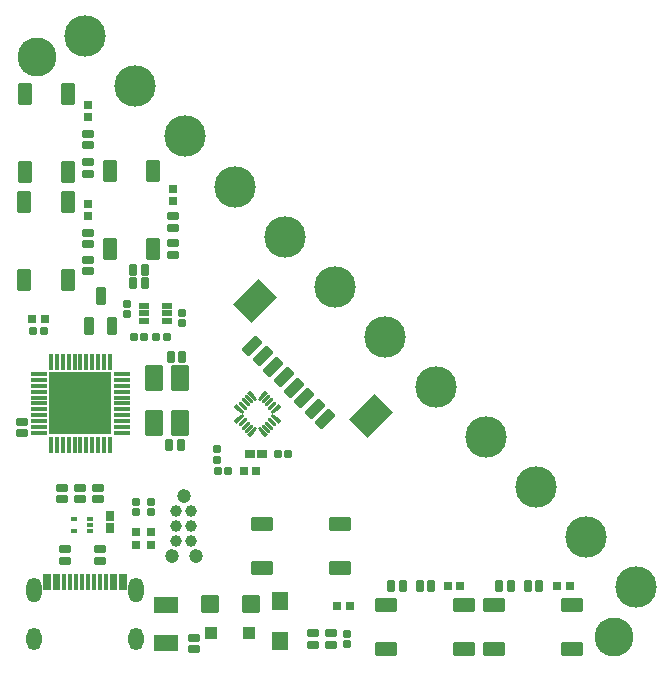
<source format=gts>
G04 Layer: TopSolderMaskLayer*
G04 EasyEDA v6.5.34, 2023-08-29 15:51:40*
G04 c19b9e491f004e949dcb7f38ecc8bf32,24d7ea87aaaa49e9b18beb810eddf566,10*
G04 Gerber Generator version 0.2*
G04 Scale: 100 percent, Rotated: No, Reflected: No *
G04 Dimensions in millimeters *
G04 leading zeros omitted , absolute positions ,4 integer and 5 decimal *
%FSLAX45Y45*%
%MOMM*%

%AMMACRO1*1,1,$1,$2,$3*1,1,$1,$4,$5*1,1,$1,0-$2,0-$3*1,1,$1,0-$4,0-$5*20,1,$1,$2,$3,$4,$5,0*20,1,$1,$4,$5,0-$2,0-$3,0*20,1,$1,0-$2,0-$3,0-$4,0-$5,0*20,1,$1,0-$4,0-$5,$2,$3,0*4,1,4,$2,$3,$4,$5,0-$2,0-$3,0-$4,0-$5,$2,$3,0*%
%AMMACRO2*4,1,5,-0.1676,-0.442,-0.3988,-0.2134,0.2565,0.442,0.3988,0.2997,0.1651,-0.1118,-0.1676,-0.442,0*%
%AMMACRO3*4,1,5,0.2997,-0.3988,-0.1118,-0.1651,-0.442,0.1676,-0.2134,0.3988,0.442,-0.2565,0.2997,-0.3988,0*%
%AMMACRO4*4,1,5,-0.2565,-0.442,-0.3988,-0.2997,-0.1651,0.1092,0.1676,0.442,0.3988,0.2134,-0.2565,-0.442,0*%
%AMMACRO5*4,1,5,0.2134,-0.3988,-0.442,0.2565,-0.2997,0.3988,0.1092,0.1651,0.442,-0.1676,0.2134,-0.3988,0*%
%AMMACRO6*4,1,5,0.1676,-0.442,-0.1651,-0.1092,-0.3988,0.2997,-0.2565,0.442,0.3988,-0.2134,0.1676,-0.442,0*%
%AMMACRO7*4,1,5,-0.2997,-0.3988,-0.442,-0.2565,0.2134,0.3988,0.442,0.1676,0.1092,-0.1651,-0.2997,-0.3988,0*%
%AMMACRO8*4,1,5,0.2565,-0.442,-0.3988,0.2134,-0.1676,0.442,0.1651,0.1092,0.3988,-0.2997,0.2565,-0.442,0*%
%AMMACRO9*4,1,5,-0.2134,-0.3988,-0.442,-0.1676,-0.1092,0.1651,0.2997,0.3988,0.442,0.2565,-0.2134,-0.3988,0*%
%ADD10C,3.5016*%
%ADD11MACRO1,0.1016X-0.5X-0.85X-0.5X0.85*%
%ADD12MACRO1,0.1016X0.5X0.85X0.5X-0.85*%
%ADD13MACRO1,0.1016X-0.3182X-0.27X-0.3182X0.27*%
%ADD14MACRO1,0.1016X0.3182X-0.27X0.3182X0.27*%
%ADD15MACRO1,0.1016X0.2828X0.27X0.2828X-0.27*%
%ADD16MACRO1,0.1016X-0.2828X0.27X-0.2828X-0.27*%
%ADD17MACRO1,0.1016X-0.27X0.3182X0.27X0.3182*%
%ADD18MACRO1,0.1016X-0.27X-0.3182X0.27X-0.3182*%
%ADD19MACRO1,0.1016X0.3182X0.27X0.3182X-0.27*%
%ADD20MACRO1,0.1016X-0.3182X0.27X-0.3182X-0.27*%
%ADD21MACRO1,0.1016X0.85X-0.5X-0.85X-0.5*%
%ADD22MACRO1,0.2032X-0.4X-0.25X-0.4X0.25*%
%ADD23MACRO1,0.2032X0.25X-0.4X-0.25X-0.4*%
%ADD24MACRO1,0.2032X-0.25X0.4X0.25X0.4*%
%ADD25MACRO1,0.2032X0.4X0.25X0.4X-0.25*%
%ADD26MACRO1,0.102X0.648X0.75X0.648X-0.75*%
%ADD27O,0.40159940000000005X1.4015974000000002*%
%ADD28O,1.4015974000000002X0.40159940000000005*%
%ADD29MACRO1,0.1016X-2.6X-2.6X-2.6X2.6*%
%ADD30MACRO1,0.1016X0.44X0.48X0.44X-0.48*%
%ADD31MACRO1,0.1016X-0.44X0.48X-0.44X-0.48*%
%ADD32MACRO1,0.2032X0.65X-0.65X-0.65X-0.65*%
%ADD33MACRO1,0.2032X-0.95X-0.6X-0.95X0.6*%
%ADD34MACRO1,0.1016X-0.27X0.2828X0.27X0.2828*%
%ADD35MACRO1,0.1016X-0.27X-0.2828X0.27X-0.2828*%
%ADD36MACRO1,0.1X-0.225X0.15X0.225X0.15*%
%ADD37MACRO1,0.1016X-0.27X0.395X0.27X0.395*%
%ADD38MACRO1,0.1016X-0.27X-0.395X0.27X-0.395*%
%ADD39MACRO1,0.1016X0.395X0.27X0.395X-0.27*%
%ADD40MACRO1,0.1016X-0.395X0.27X-0.395X-0.27*%
%ADD41MACRO1,0.1016X-0.39X-0.175X-0.39X0.175*%
%ADD42MACRO1,0.2032X0.35X-0.625X-0.35X-0.625*%
%ADD43MACRO1,0.1016X0.221X0.3624X0.3624X0.221*%
%ADD44MACRO2*%
%ADD45MACRO1,0.1016X-0.221X0.3624X0.3624X-0.221*%
%ADD46MACRO3*%
%ADD47MACRO4*%
%ADD48MACRO5*%
%ADD49MACRO6*%
%ADD50MACRO7*%
%ADD51MACRO8*%
%ADD52MACRO9*%
%ADD53MACRO1,0.1016X-0.2828X-0.8485X-0.8485X-0.2828*%
%ADD54MACRO1,0.1016X-0.3182X-1.8031X-1.8031X-0.3182*%
%ADD55MACRO1,0.1016X-0.2828X-0.27X-0.2828X0.27*%
%ADD56MACRO1,0.1016X0.2828X-0.27X0.2828X0.27*%
%ADD57MACRO1,0.1016X0.27X-0.2828X-0.27X-0.2828*%
%ADD58MACRO1,0.1016X0.27X0.2828X-0.27X0.2828*%
%ADD59MACRO1,0.2032X0.65X1X0.65X-1*%
%ADD60MACRO1,0.1X-0.15X0.65X0.15X0.65*%
%ADD61O,1.3015976000000002X1.9015964*%
%ADD62O,1.3015976000000002X2.1015960000000002*%
%ADD63C,0.9906*%
%ADD64C,1.1938*%
%ADD65C,3.3016*%
%ADD66C,0.0142*%

%LPD*%
D10*
G01*
X2232126Y714070D03*
G01*
X1807870Y1138326D03*
G01*
X1383614Y1562607D03*
G01*
X959357Y1986864D03*
G01*
X535076Y2411120D03*
G01*
X2656408Y289813D03*
G01*
X3080664Y-134442D03*
G01*
X3504920Y-558723D03*
G01*
X3929176Y-982954D03*
G01*
X4353432Y-1407236D03*
G01*
X110820Y2835376D03*
G01*
X-313436Y3259658D03*
D11*
G01*
X-821314Y2108095D03*
G01*
X-821319Y2768094D03*
G01*
X-451276Y2108095D03*
G01*
X-451279Y2768094D03*
G01*
X-827102Y1191605D03*
G01*
X-827107Y1851604D03*
G01*
X-457065Y1191605D03*
G01*
X-457067Y1851604D03*
D12*
G01*
X266829Y2118311D03*
G01*
X266834Y1458313D03*
G01*
X-103207Y2118311D03*
G01*
X-103205Y1458313D03*
D13*
G01*
X-651762Y861207D03*
D14*
G01*
X-759410Y861207D03*
D15*
G01*
X-748869Y759607D03*
D16*
G01*
X-662303Y759607D03*
D17*
G01*
X-286489Y2572678D03*
D18*
G01*
X-286489Y2680326D03*
D19*
G01*
X3685576Y-1399390D03*
D20*
G01*
X3793224Y-1399390D03*
D19*
G01*
X2758481Y-1399390D03*
D20*
G01*
X2866129Y-1399390D03*
D17*
G01*
X-286489Y1734480D03*
D18*
G01*
X-286489Y1842128D03*
D17*
G01*
X437410Y1861480D03*
D18*
G01*
X437410Y1969128D03*
D21*
G01*
X3815402Y-1927303D03*
G01*
X3155403Y-1927308D03*
G01*
X3815402Y-1557266D03*
G01*
X3155403Y-1557268D03*
G01*
X2901005Y-1927303D03*
G01*
X2241006Y-1927308D03*
G01*
X2901005Y-1557266D03*
G01*
X2241006Y-1557268D03*
D22*
G01*
X437410Y1508105D03*
G01*
X437410Y1408106D03*
G01*
X-286489Y1368408D03*
G01*
X-286489Y1268408D03*
D23*
G01*
X2521004Y-1399390D03*
G01*
X2621004Y-1399390D03*
D22*
G01*
X-286489Y2193905D03*
G01*
X-286489Y2093906D03*
D24*
G01*
X3294104Y-1399390D03*
G01*
X3194104Y-1399390D03*
G01*
X2379706Y-1399390D03*
G01*
X2279707Y-1399390D03*
D23*
G01*
X3435402Y-1399390D03*
G01*
X3535401Y-1399390D03*
D25*
G01*
X437410Y1636703D03*
G01*
X437410Y1736703D03*
G01*
X-286489Y1497003D03*
G01*
X-286489Y1597003D03*
G01*
X-286489Y2335201D03*
G01*
X-286489Y2435200D03*
D26*
G01*
X1339108Y-1860116D03*
G01*
X1339108Y-1522855D03*
D21*
G01*
X1846907Y-1241506D03*
G01*
X1186908Y-1241511D03*
G01*
X1846907Y-871468D03*
G01*
X1186908Y-871471D03*
D27*
G01*
X-599998Y-199999D03*
G01*
X-550011Y-199999D03*
G01*
X-499998Y-199999D03*
G01*
X-450011Y-199999D03*
G01*
X-399999Y-199999D03*
G01*
X-350012Y-199999D03*
G01*
X-299999Y-199999D03*
G01*
X-250012Y-199999D03*
G01*
X-199999Y-199999D03*
G01*
X-150012Y-199999D03*
G01*
X-99999Y-199999D03*
D28*
G01*
X0Y-99999D03*
G01*
X0Y-50012D03*
G01*
X0Y0D03*
G01*
X0Y49987D03*
G01*
X0Y99999D03*
G01*
X0Y149986D03*
G01*
X0Y199999D03*
G01*
X0Y249986D03*
G01*
X0Y299999D03*
G01*
X0Y349986D03*
G01*
X0Y399999D03*
D27*
G01*
X-99999Y499998D03*
G01*
X-150012Y499998D03*
G01*
X-199999Y499998D03*
G01*
X-250012Y499998D03*
G01*
X-299999Y499998D03*
G01*
X-350012Y499998D03*
G01*
X-399999Y499998D03*
G01*
X-450011Y499998D03*
G01*
X-499998Y499998D03*
G01*
X-550011Y499998D03*
G01*
X-599998Y499998D03*
D28*
G01*
X-699998Y399999D03*
G01*
X-699998Y349986D03*
G01*
X-699998Y299999D03*
G01*
X-699998Y249986D03*
G01*
X-699998Y199999D03*
G01*
X-699998Y149986D03*
G01*
X-699998Y99999D03*
G01*
X-699998Y49987D03*
G01*
X-699998Y0D03*
G01*
X-699998Y-50012D03*
G01*
X-699998Y-99999D03*
D29*
G01*
X-350004Y149997D03*
D30*
G01*
X759007Y-1793097D03*
D31*
G01*
X1081008Y-1793097D03*
D32*
G01*
X750008Y-1551787D03*
G01*
X1090007Y-1551787D03*
D33*
G01*
X373910Y-1556872D03*
G01*
X373910Y-1876887D03*
D19*
G01*
X1825773Y-1562097D03*
D20*
G01*
X1933421Y-1562097D03*
D34*
G01*
X1910608Y-1887170D03*
D35*
G01*
X1910608Y-1800604D03*
D36*
G01*
X-267286Y-928691D03*
G01*
X-267286Y-828691D03*
G01*
X-407291Y-928691D03*
G01*
X-267286Y-878678D03*
G01*
X-407291Y-828691D03*
D37*
G01*
X-95989Y-907796D03*
D38*
G01*
X-95989Y-798784D03*
D22*
G01*
X-476986Y-1082688D03*
G01*
X-476986Y-1182688D03*
G01*
X-184889Y-1082688D03*
G01*
X-184889Y-1182688D03*
D39*
G01*
X1081402Y-281790D03*
D40*
G01*
X1190414Y-281790D03*
D22*
G01*
X615218Y-1931978D03*
G01*
X615218Y-1831978D03*
D25*
G01*
X-197596Y-561999D03*
G01*
X-197596Y-661998D03*
G01*
X1770900Y-1793896D03*
G01*
X1770900Y-1893896D03*
D22*
G01*
X-845278Y-103183D03*
G01*
X-845278Y-3183D03*
D23*
G01*
X195301Y1280312D03*
G01*
X95302Y1280312D03*
G01*
X195301Y1166012D03*
G01*
X95302Y1166012D03*
G01*
X512801Y543714D03*
G01*
X412802Y543714D03*
D24*
G01*
X400119Y-205597D03*
G01*
X500119Y-205597D03*
D41*
G01*
X384009Y847008D03*
G01*
X384009Y912007D03*
G01*
X384009Y977005D03*
G01*
X186011Y977005D03*
G01*
X186011Y912007D03*
G01*
X186011Y847008D03*
D42*
G01*
X-178689Y1057473D03*
G01*
X-83692Y807537D03*
G01*
X-273684Y807537D03*
D43*
G01*
X1022211Y-8732D03*
G01*
X1050499Y-37019D03*
G01*
X1078787Y-65307D03*
D44*
G01*
X1102639Y-93573D03*
D45*
G01*
X1218448Y-65307D03*
G01*
X1246734Y-37019D03*
G01*
X1275022Y-8732D03*
D43*
G01*
X1275022Y130928D03*
G01*
X1246734Y159216D03*
G01*
X1218448Y187504D03*
D45*
G01*
X1078787Y187504D03*
G01*
X1050499Y159216D03*
G01*
X1022211Y130928D03*
D46*
G01*
X993927Y107086D03*
D47*
G01*
X1194587Y215798D03*
D48*
G01*
X1303299Y15138D03*
D49*
G01*
X1194587Y-93573D03*
D50*
G01*
X1303299Y107086D03*
D51*
G01*
X1102639Y215798D03*
D52*
G01*
X993927Y15138D03*
D53*
G01*
X1723746Y17514D03*
G01*
X1635357Y105901D03*
G01*
X1546970Y194290D03*
G01*
X1458581Y282677D03*
G01*
X1370194Y371066D03*
G01*
X1281804Y459454D03*
G01*
X1193417Y547842D03*
G01*
X1105028Y636230D03*
D54*
G01*
X2109086Y42257D03*
G01*
X1129776Y1021605D03*
D34*
G01*
X805710Y-325073D03*
D35*
G01*
X805710Y-238507D03*
D15*
G01*
X813227Y-421490D03*
D16*
G01*
X899793Y-421490D03*
D55*
G01*
X1407791Y-281790D03*
D56*
G01*
X1321225Y-281790D03*
D55*
G01*
X379093Y708807D03*
D56*
G01*
X292527Y708807D03*
D15*
G01*
X102027Y708807D03*
D16*
G01*
X188593Y708807D03*
D57*
G01*
X513610Y917190D03*
D58*
G01*
X513610Y830624D03*
D34*
G01*
X43710Y906824D03*
D35*
G01*
X43710Y993390D03*
D22*
G01*
X1618508Y-1793886D03*
G01*
X1618508Y-1893886D03*
D59*
G01*
X496610Y-14592D03*
G01*
X276611Y365406D03*
G01*
X496610Y365406D03*
G01*
X276611Y-14592D03*
D60*
G01*
X-646891Y-1361076D03*
G01*
X-616893Y-1361076D03*
G01*
X-566881Y-1361076D03*
G01*
X-536883Y-1361076D03*
G01*
X-486896Y-1361081D03*
G01*
X-436883Y-1361079D03*
G01*
X-386896Y-1361076D03*
G01*
X-336885Y-1361079D03*
G01*
X-286896Y-1361076D03*
G01*
X-236884Y-1361079D03*
G01*
X-136883Y-1361079D03*
G01*
X-86897Y-1361099D03*
G01*
X-56874Y-1361099D03*
G01*
X-6888Y-1361079D03*
G01*
X23110Y-1361079D03*
G01*
X-186923Y-1361081D03*
D61*
G01*
X-743889Y-1844090D03*
G01*
X120116Y-1844090D03*
D62*
G01*
X120116Y-1426082D03*
G01*
X-743889Y-1426082D03*
D22*
G01*
X-349989Y-561988D03*
G01*
X-349989Y-661988D03*
G01*
X-502386Y-561988D03*
G01*
X-502386Y-661988D03*
D34*
G01*
X246910Y-769573D03*
D35*
G01*
X246910Y-683007D03*
D57*
G01*
X119910Y-683007D03*
D58*
G01*
X119910Y-769573D03*
D17*
G01*
X119910Y-1046814D03*
D18*
G01*
X119910Y-939166D03*
D17*
G01*
X246910Y-1046814D03*
D18*
G01*
X246910Y-939166D03*
D19*
G01*
X1031284Y-421490D03*
D20*
G01*
X1138932Y-421490D03*
D63*
G01*
X462813Y-764387D03*
G01*
X589813Y-764387D03*
G01*
X462813Y-891387D03*
G01*
X589813Y-891387D03*
G01*
X462813Y-1018387D03*
G01*
X589813Y-1018387D03*
D64*
G01*
X627913Y-1145387D03*
G01*
X424713Y-1145387D03*
G01*
X526313Y-637387D03*
D65*
G01*
X4171213Y-1831187D03*
G01*
X-718286Y3083712D03*
M02*

</source>
